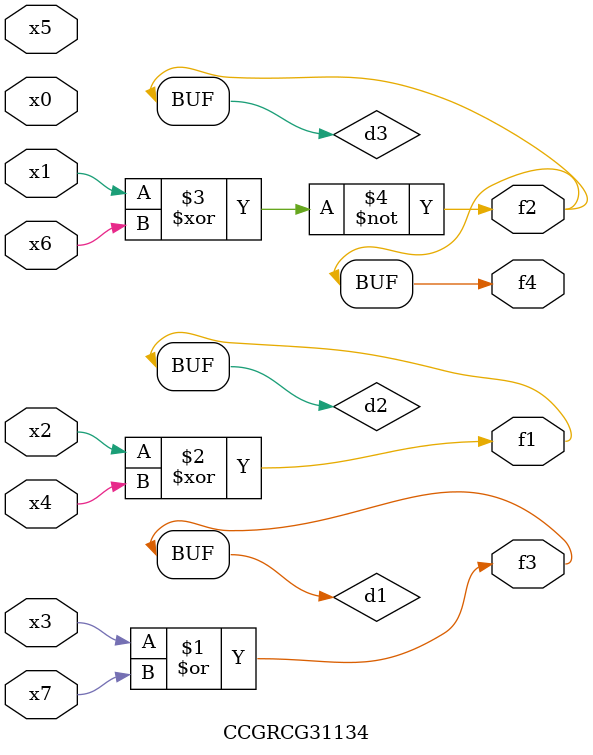
<source format=v>
module CCGRCG31134(
	input x0, x1, x2, x3, x4, x5, x6, x7,
	output f1, f2, f3, f4
);

	wire d1, d2, d3;

	or (d1, x3, x7);
	xor (d2, x2, x4);
	xnor (d3, x1, x6);
	assign f1 = d2;
	assign f2 = d3;
	assign f3 = d1;
	assign f4 = d3;
endmodule

</source>
